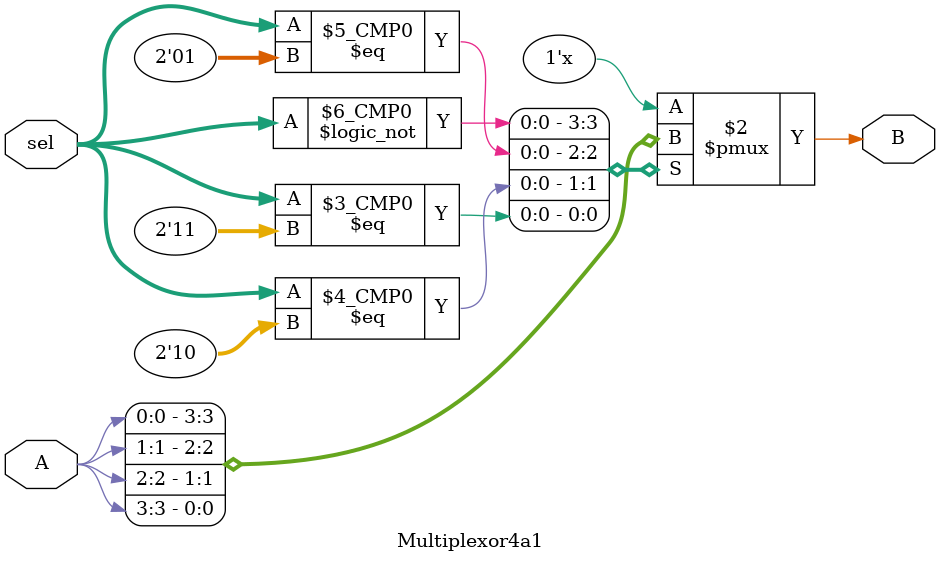
<source format=v>
/*
				***** MULTIPLEXOR 4 A 1 *****
				
		El presente código desarrollado en verilog tiene como finalidad la implementación 
		de un multiplexor cuatro a una cuatro entradas que saldrán a través de una unica
		salida implementando un selector para asignar el momento en que cada determinada
		entrada tendrá su turno para salir dichas entradas serán parte de un vector de 
		cuatro bits.
		Versión: 1.0
		Fecha: 22-Marzo-2023
*/

module Multiplexor4a1(											// Creación del módulo
		input [3:0] A,												// Declaración del vector A de entrada de cuatro bits
		input [1:0] sel,											// Declaración del vector sel de selección de dos bits
		output reg B												// Declaración de la salida B un solo bit
		);

	always @(sel)													// Lista sensitiva con respecto al selector											
	begin
		
			case (sel)												// Case evalua los casos del selector
					2'b00 : B = A[0];								
					2'b01 : B = A[1];
					2'b10 : B = A[2];
					2'b11 : B = A[3];
					default : B = A[0];							// Valor asignado por default a la salida
			endcase													// Fin de los casos
	end																// Fin de la lista sensitiva
	
endmodule 															// Fin del módulo

</source>
